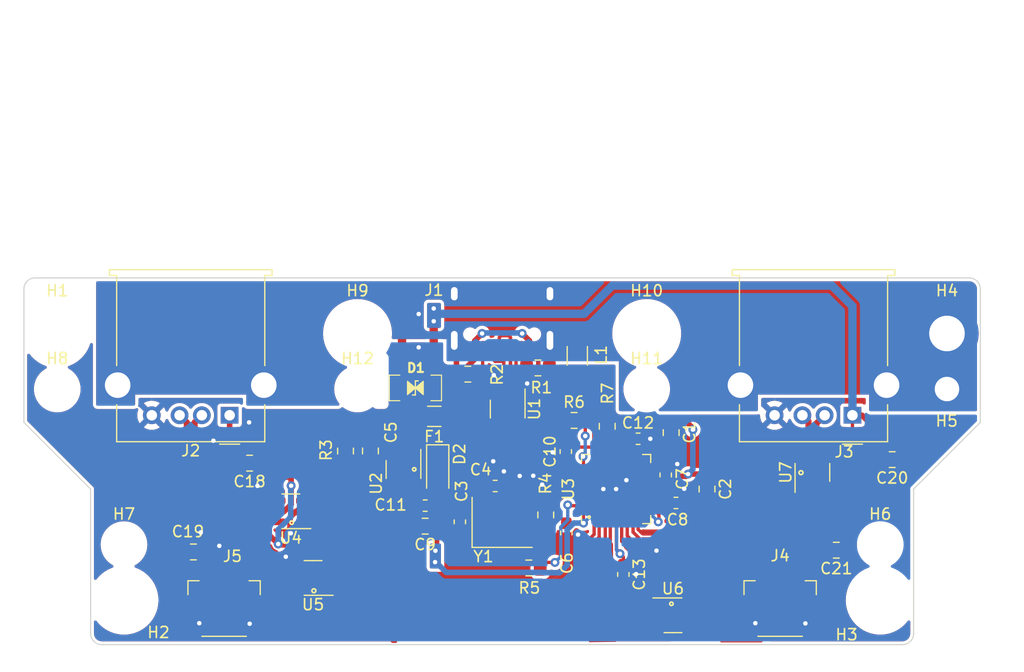
<source format=kicad_pcb>
(kicad_pcb (version 20210126) (generator pcbnew)
  (layers (0 "F.Cu" signal) (31 "B.Cu" signal) (34 "B.Paste" user) (35 "F.Paste" user) (36 "B.SilkS" user "B.Silkscreen") (37 "F.SilkS" user "F.Silkscreen") (38 "B.Mask" user) (39 "F.Mask" user) (44 "Edge.Cuts" user))
  (net 0 "")
  (net 1 "GND")
  (net 2 "+3V3")
  (net 3 "VCC")
  (net 4 "VBUS")
  (net 5 "GNDPWR")
  (net 6 "D1+")
  (net 7 "D1-")
  (net 8 "D2+")
  (net 9 "D2-")
  (net 11 "Net-(R5-Pad2)")
  (net 12 "Net-(R6-Pad2)")
  (net 13 "Net-(R7-Pad2)")
  (net 14 "Net-(C4-Pad2)")
  (net 15 "Net-(J1-PadB5)")
  (net 17 "Net-(J1-PadA5)")
  (net 27 "D4+")
  (net 28 "D4-")
  (net 29 "D3+")
  (net 30 "D3-")
  (net 35 "Net-(C3-Pad2)")
  (net 37 "DUP+")
  (net 38 "DUP-")
  (net 39 "DUPP-")
  (net 40 "DUPP+")
  (net 41 "D1P-")
  (net 42 "D1P+")
  (net 43 "D2P-")
  (net 44 "D2P+")
  (net 45 "D3P-")
  (net 46 "D3P+")
  (net 47 "D4P-")
  (net 48 "D4P+")
  (footprint "MountingHole:MountingHole_2.2mm_M2_ISO7380" (layer "F.Cu") (at -40 7)
    (fp_text reference "H8")
    (fp_text value "MountingHole")
  )
  (footprint "Diode_SMD:D_SOD-123" (layer "F.Cu") (at -5.79 14.27 -90)
    (fp_text reference "D2")
    (fp_text value "1N5819")
  )
  (footprint "Capacitor_SMD:C_0805_2012Metric_Pad1.15x1.40mm_HandSolder" (layer "F.Cu") (at -22.705 13.67 180)
    (fp_text reference "C18")
    (fp_text value "10u")
  )
  (footprint "Package_TO_SOT_SMD:SOT-23-6" (layer "F.Cu") (at -19 18 180)
    (fp_text reference "U4")
    (fp_text value "USBLC6-2SC6")
  )
  (footprint "Capacitor_SMD:C_0603_1608Metric_Pad1.05x0.95mm_HandSolder" (layer "F.Cu") (at 14.71 14.73 90)
    (fp_text reference "C7")
    (fp_text value "100nF")
  )
  (footprint "Inductor_SMD:L_1206_3216Metric" (layer "F.Cu") (at 6.76 4.01 90)
    (fp_text reference "L1")
    (fp_text value "60R@100MHz")
  )
  (footprint "Capacitor_SMD:C_0603_1608Metric_Pad1.05x0.95mm_HandSolder" (layer "F.Cu") (at -6.92 17.49 180)
    (fp_text reference "C11")
    (fp_text value "100nF")
  )
  (footprint "Connector_USB:USB_A_Molex_67643_Horizontal" (layer "F.Cu") (at -24.5 9.36 180)
    (fp_text reference "J2")
    (fp_text value "USB_A")
  )
  (footprint "MountingHole:MountingHole_2.2mm_M2_ISO7380" (layer "F.Cu") (at -13 7)
    (fp_text reference "H12")
    (fp_text value "MountingHole")
  )
  (footprint "MountingHole:MountingHole_2.2mm_M2_ISO7380" (layer "F.Cu") (at -34 21)
    (fp_text reference "H7")
    (fp_text value "MountingHole")
  )
  (footprint "Resistor_SMD:R_0805_2012Metric_Pad1.15x1.40mm_HandSolder" (layer "F.Cu") (at 6.475 9.825)
    (fp_text reference "R6")
    (fp_text value "56k")
  )
  (footprint "Package_TO_SOT_SMD:SOT-23-6" (layer "F.Cu") (at 27.9 14.5 90)
    (fp_text reference "U7")
    (fp_text value "USBLC6-2SC6")
  )
  (footprint "Package_TO_SOT_SMD:SOT-23-6" (layer "F.Cu") (at -17 24 180)
    (fp_text reference "U5")
    (fp_text value "USBLC6-2SC6")
  )
  (footprint "MountingHole:MountingHole_2.2mm_M2_ISO7380" (layer "F.Cu") (at 13 7)
    (fp_text reference "H11")
    (fp_text value "MountingHole")
  )
  (footprint "Capacitor_SMD:C_0805_2012Metric_Pad1.15x1.40mm_HandSolder" (layer "F.Cu") (at -6.92 19.34 180)
    (fp_text reference "C9")
    (fp_text value "1u")
  )
  (footprint "AcheronComponents:D_SOD-123_Bidirectional" (layer "F.Cu") (at -7.8 6.9)
    (fp_text reference "D1")
    (fp_text value "SMF9.0CA")
  )
  (footprint "Capacitor_SMD:C_0805_2012Metric_Pad1.15x1.40mm_HandSolder" (layer "F.Cu") (at -27.76 21.66 180)
    (fp_text reference "C19")
    (fp_text value "10u")
  )
  (footprint "MountingHole:MountingHole_2.2mm_M2_ISO7380" (layer "F.Cu") (at 34 21)
    (fp_text reference "H6")
    (fp_text value "MountingHole")
  )
  (footprint "MountingHole:MountingHole_3.2mm_M3_ISO7380" (layer "F.Cu") (at -13 2)
    (fp_text reference "H9")
    (fp_text value "MountingHole")
  )
  (footprint "Capacitor_SMD:C_0603_1608Metric_Pad1.05x0.95mm_HandSolder" (layer "F.Cu") (at 5.725 12.625 90)
    (fp_text reference "C10")
    (fp_text value "100nF")
  )
  (footprint "Package_DFN_QFN:QFN-36-1EP_6x6mm_P0.5mm_EP3.7x3.7mm" (layer "F.Cu") (at 10.25 16 90)
    (fp_text reference "U3")
    (fp_text value "USB2514B_Bi")
  )
  (footprint "MountingHole:MountingHole_3.2mm_M3_ISO7380" (layer "F.Cu") (at 34 26)
    (fp_text reference "H3")
    (fp_text value "MountingHole")
  )
  (footprint "Crystal:Crystal_SMD_3225-4Pin_3.2x2.5mm_HandSoldering" (layer "F.Cu") (at 0 19)
    (fp_text reference "Y1")
    (fp_text value "Crystal_GND24")
  )
  (footprint "Capacitor_SMD:C_0603_1608Metric_Pad1.05x0.95mm_HandSolder" (layer "F.Cu") (at 15.63 17.25)
    (fp_text reference "C8")
    (fp_text value "100nF")
  )
  (footprint "Capacitor_SMD:C_0603_1608Metric_Pad1.05x0.95mm_HandSolder" (layer "F.Cu") (at 10.9 23.685 -90)
    (fp_text reference "C13")
    (fp_text value "100nF")
  )
  (footprint "Capacitor_SMD:C_0603_1608Metric_Pad1.05x0.95mm_HandSolder" (layer "F.Cu") (at 5.775 19.95 -90)
    (fp_text reference "C6")
    (fp_text value "100nF")
  )
  (footprint "Fuse:Fuse_1206_3216Metric" (layer "F.Cu") (at -6.1 9.46 180)
    (fp_text reference "F1")
    (fp_text value "ASMD1206-150")
  )
  (footprint "Resistor_SMD:R_0805_2012Metric_Pad1.15x1.40mm_HandSolder" (layer "F.Cu") (at 2.4 23.1)
    (fp_text reference "R5")
    (fp_text value "12k")
  )
  (footprint "AcheronConnectors:SM04B-SRSS-TB(LF)(SN)" (layer "F.Cu") (at 25 25)
    (fp_text reference "J4")
    (fp_text value "SM04B-SRSS-TB(LF)(SN)")
  )
  (footprint "MountingHole:MountingHole_3.2mm_M3_ISO7380_Pad" (layer "F.Cu") (at 40 2)
    (fp_text reference "H4")
    (fp_text value "MountingHole_Pad")
  )
  (footprint "Package_TO_SOT_SMD:SOT-23-6" (layer "F.Cu") (at 15.3625 27.36)
    (fp_text reference "U6")
    (fp_text value "USBLC6-2SC6")
  )
  (footprint "Connector_USB:USB_A_Molex_67643_Horizontal" (layer "F.Cu") (at 31.5 9.36 180)
    (fp_text reference "J3")
    (fp_text value "USB_A")
  )
  (footprint "MountingHole:MountingHole_2.2mm_M2_ISO7380_Pad" (layer "F.Cu") (at 40 7)
    (fp_text reference "H5")
    (fp_text value "MountingHole_Pad")
  )
  (footprint "Capacitor_SMD:C_0805_2012Metric_Pad1.15x1.40mm_HandSolder" (layer "F.Cu") (at 15.2 10.925 -90)
    (fp_text reference "C1")
    (fp_text value "10u")
  )
  (footprint "Capacitor_SMD:C_0603_1608Metric_Pad1.05x0.95mm_HandSolder" (layer "F.Cu") (at 12.225 11.475)
    (fp_text reference "C12")
    (fp_text value "100nF")
  )
  (footprint "MountingHole:MountingHole_3.2mm_M3_ISO7380" (layer "F.Cu") (at -40 2)
    (fp_text reference "H1")
    (fp_text value "MountingHole")
  )
  (footprint "AcheronConnectors:TYPE-C-31-M-12" (layer "F.Cu") (at 0 4.1225 180)
    (fp_text reference "J1")
    (fp_text value "TYPE-C-31-M12_13")
  )
  (footprint "Resistor_SMD:R_0805_2012Metric_Pad1.15x1.40mm_HandSolder" (layer "F.Cu") (at -3.08 5.66 180)
    (fp_text reference "R2")
    (fp_text value "5.1k")
  )
  (footprint "Package_TO_SOT_SMD:SOT-23-5" (layer "F.Cu") (at -8.87 14.24 -90)
    (fp_text reference "U2")
    (fp_text value "AP2112K-3.3")
  )
  (footprint "Capacitor_SMD:C_0603_1608Metric_Pad1.05x0.95mm_HandSolder" (layer "F.Cu") (at -0.625 15.725)
    (fp_text reference "C4")
    (fp_text value "18pF")
  )
  (footprint "MountingHole:MountingHole_3.2mm_M3_ISO7380" (layer "F.Cu") (at 13 2)
    (fp_text reference "H10")
    (fp_text value "MountingHole")
  )
  (footprint "Capacitor_SMD:C_0603_1608Metric_Pad1.05x0.95mm_HandSolder" (layer "F.Cu") (at -3.8 18.95 -90)
    (fp_text reference "C3")
    (fp_text value "18pF")
  )
  (footprint "Capacitor_SMD:C_0805_2012Metric_Pad1.15x1.40mm_HandSolder" (layer "F.Cu") (at 35.075 13.35 180)
    (fp_text reference "C20")
    (fp_text value "10u")
  )
  (footprint "Capacitor_SMD:C_0805_2012Metric_Pad1.15x1.40mm_HandSolder" (layer "F.Cu") (at 30.05 21.5 180)
    (fp_text reference "C21")
    (fp_text value "10u")
  )
  (footprint "Resistor_SMD:R_0805_2012Metric_Pad1.15x1.40mm_HandSolder" (layer "F.Cu") (at 3.225 5.1)
    (fp_text reference "R1")
    (fp_text value "5.1k")
  )
  (footprint "Package_TO_SOT_SMD:SOT-23-6" (layer "F.Cu") (at 0.5 8.8 -90)
    (fp_text reference "U1")
    (fp_text value "USBLC6-2SC6")
  )
  (footprint "Resistor_SMD:R_0805_2012Metric_Pad1.15x1.40mm_HandSolder" (layer "F.Cu") (at -14.08 12.58 -90)
    (fp_text reference "R3")
    (fp_text value "100k")
  )
  (footprint "Capacitor_SMD:C_0805_2012Metric_Pad1.15x1.40mm_HandSolder" (layer "F.Cu") (at -11.84 12.57 -90)
    (fp_text reference "C5")
    (fp_text value "1u")
  )
  (footprint "AcheronConnectors:SM04B-SRSS-TB(LF)(SN)" (layer "F.Cu") (at -25 25)
    (fp_text reference "J5")
    (fp_text value "SM04B-SRSS-TB(LF)(SN)")
  )
  (footprint "MountingHole:MountingHole_3.2mm_M3_ISO7380" (layer "F.Cu") (at -34 26)
    (fp_text reference "H2")
    (fp_text value "MountingHole")
  )
  (footprint "Capacitor_SMD:C_0805_2012Metric_Pad1.15x1.40mm_HandSolder" (layer "F.Cu") (at 18.425 16 -90)
    (fp_text reference "C2")
    (fp_text value "10u")
  )
  (footprint "Resistor_SMD:R_0805_2012Metric_Pad1.15x1.40mm_HandSolder" (layer "F.Cu") (at 9.45 10.35 -90)
    (fp_text reference "R7")
    (fp_text value "56k")
  )
  (footprint "Resistor_SMD:R_0805_2012Metric_Pad1.15x1.40mm_HandSolder" (layer "F.Cu") (at 3.925 18.325 90)
    (fp_text reference "R4")
    (fp_text value "1M")
  )
  (gr_circle (center -18.925 19.025) (end -18.95 18.875) (layer "F.SilkS") (width 0.15) (fill none))
  (gr_circle (center 26.875 14.525) (end 26.85 14.35) (layer "F.SilkS") (width 0.15) (fill none))
  (gr_circle (center -16.925 25.15) (end -16.925 24.975) (layer "F.SilkS") (width 0.15) (fill none))
  (gr_circle (center 15.225 26.325) (end 15.2 26.175) (layer "F.SilkS") (width 0.15) (fill none))
  (gr_circle (center -7.9 14.225) (end -7.9 14.075) (layer "F.SilkS") (width 0.15) (fill none))
  (gr_circle (center 7.825 18.525) (end 7.8 18.425) (layer "F.SilkS") (width 0.15) (fill none))
  (gr_arc (start -42 -2) (end -43 -2) (angle 90) (layer "Edge.Cuts") (width 0.1))
  (gr_arc (start 42 -2) (end 43 -2) (angle -90) (layer "Edge.Cuts") (width 0.1))
  (gr_line (start 42 -3) (end -42 -3) (layer "Edge.Cuts") (width 0.1))
  (gr_line (start -37 16) (end -37 29) (layer "Edge.Cuts") (width 0.1))
  (gr_line (start -43 -2) (end -43 10) (layer "Edge.Cuts") (width 0.1))
  (gr_arc (start -36 29) (end -36 30) (angle 90) (layer "Edge.Cuts") (width 0.1))
  (gr_line (start 37 16) (end 37 29) (layer "Edge.Cuts") (width 0.1))
  (gr_line (start 43 10) (end 37 16) (layer "Edge.Cuts") (width 0.1))
  (gr_arc (start 36 29) (end 37 29) (angle 90) (layer "Edge.Cuts") (width 0.1))
  (gr_line (start 36 30) (end -36 30) (layer "Edge.Cuts") (width 0.1))
  (gr_line (start -43 10) (end -37 16) (layer "Edge.Cuts") (width 0.1))
  (gr_line (start 43 -2) (end 43 10) (layer "Edge.Cuts") (width 0.1))
  (segment (start 10.425 16) (end 11.65 17.225) (width 0.3) (layer "F.Cu") (net 1))
  (segment (start 10.25 16) (end 10.425 16) (width 0.3) (layer "F.Cu") (net 1))
  (segment (start 10.25 16) (end 10.25 15.45) (width 0.5) (layer "F.Cu") (net 1))
  (segment (start -19.07258 19.90742) (end -19 19.98) (width 0.5) (layer "F.Cu") (net 1))
  (segment (start -18.525 18) (end -19.07258 18.54758) (width 0.5) (layer "F.Cu") (net 1))
  (segment (start -17.8625 18) (end -18.525 18) (width 0.5) (layer "F.Cu") (net 1))
  (segment (start 10.25 15.45) (end 10.3 15.4) (width 0.5) (layer "F.Cu") (net 1))
  (segment (start -19.07258 18.54758) (end -19.07258 19.90742) (width 0.5) (layer "F.Cu") (net 1))
  (via (at -22.7 28.12) (size 0.8) (drill 0.4) (layers "F.Cu" "B.Cu") (net 1))
  (via (at -19.45 22.09) (size 0.8) (drill 0.4) (layers "F.Cu" "B.Cu") (net 1))
  (via (at 3.6 15.6) (size 0.8) (drill 0.4) (layers "F.Cu" "B.Cu") (net 1))
  (via (at 10.25 16) (size 0.8) (drill 0.4) (layers "F.Cu" "B.Cu") (net 1))
  (via (at 22.77 28.07) (size 0.8) (drill 0.4) (layers "F.Cu" "B.Cu") (net 1))
  (via (at -0.75 5.75) (size 0.8) (drill 0.4) (layers "F.Cu" "B.Cu") (net 1))
  (via (at 2.25 6.5) (size 0.8) (drill 0.4) (layers "F.Cu" "B.Cu") (net 1))
  (via (at -27.1 19.9) (size 0.8) (drill 0.4) (layers "F.Cu" "B.Cu") (net 1))
  (via (at -27.23 28.07) (size 0.8) (drill 0.4) (layers "F.Cu" "B.Cu") (net 1))
  (via (at -19 19.98) (size 0.8) (drill 0.4) (layers "F.Cu" "B.Cu") (net 1))
  (via (at 6.825 20.1) (size 0.8) (drill 0.4) (layers "F.Cu" "B.Cu") (net 1))
  (via (at 4.55 12.7) (size 0.8) (drill 0.4) (layers "F.Cu" "B.Cu") (net 1))
  (via (at 15.75 13.75) (size 0.8) (drill 0.4) (layers "F.Cu" "B.Cu") (net 1))
  (via (at 12.05 23.65) (size 0.8) (drill 0.4) (layers "F.Cu" "B.Cu") (net 1))
  (via (at -25.43 21.11) (size 0.8) (drill 0.4) (layers "F.Cu" "B.Cu") (net 1))
  (via (at 16.375 15.975) (size 0.8) (drill 0.4) (layers "F.Cu" "B.Cu") (net 1))
  (via (at 9.1 16) (size 0.8) (drill 0.4) (layers "F.Cu" "B.Cu") (net 1))
  (via (at 13.325 11.475) (size 0.8) (drill 0.4) (layers "F.Cu" "B.Cu") (net 1))
  (via (at -22.75 10) (size 0.8) (drill 0.4) (layers "F.Cu" "B.Cu") (net 1))
  (via (at -0.8 13.5) (size 0.8) (drill 0.4) (layers "F.Cu" "B.Cu") (net 1))
  (via (at -25.96 11.65) (size 0.8) (drill 0.4) (layers "F.Cu" "B.Cu") (net 1))
  (via (at 2.8 14.8) (size 0.8) (drill 0.4) (layers "F.Cu" "B.Cu") (net 1))
  (via (at 11.175 15.2) (size 0.8) (drill 0.4) (layers "F.Cu" "B.Cu") (net 1))
  (via (at 13.88 21.54) (size 0.8) (drill 0.4) (layers "F.Cu" "B.Cu") (net 1))
  (via (at 1.58 14.82) (size 0.8) (drill 0.4) (layers "F.Cu" "B.Cu") (net 1))
  (via (at 0.16 14.41) (size 0.8) (drill 0.4) (layers "F.Cu" "B.Cu") (net 1))
  (via (at -22 15.71) (size 0.8) (drill 0.4) (layers "F.Cu" "B.Cu") (net 1))
  (via (at 27.27 28.09) (size 0.8) (drill 0.4) (layers "F.Cu" "B.Cu") (net 1))
  (via (at -7.5 3.25) (size 0.8) (drill 0.4) (layers "F.Cu" "B.Cu") (net 1))
  (segment (start 10.25 18.9375) (end 10.27862 18.96612) (width 0.3) (layer "F.Cu") (net 2))
  (segment (start 14.71 17.205) (end 14.755 17.25) (width 0.5) (layer "F.Cu") (net 2))
  (segment (start 14.71 15.605) (end 14.71 17.205) (width 0.5) (layer "F.Cu") (net 2))
  (segment (start 14.1 18.89) (end 14.04 18.95) (width 0.3) (layer "F.Cu") (net 2))
  (segment (start 5.725 13.5) (end 5.725 13.35) (width 0.3) (layer "F.Cu") (net 2))
  (segment (start 13.81 18) (end 14.1 18.29) (width 0.3) (layer "F.Cu") (net 2))
  (segment (start 8.25 12.225) (end 8.25 10.925) (width 0.3) (layer "F.Cu") (net 2))
  (segment (start 7.305 19.075) (end 7.32 19.06) (width 0.3) (layer "F.Cu") (net 2))
  (segment (start 10.9 22.81) (end 10.9 22.12) (width 0.3) (layer "F.Cu") (net 2))
  (segment (start 11.35 10) (end 11.7 9.65) (width 0.5) (layer "F.Cu") (net 2))
  (segment (start 10.25 13.0625) (end 10.25 12.375) (width 0.3) (layer "F.Cu") (net 2))
  (segment (start 11.775 9.575) (end 14.7 9.575) (width 0.5) (layer "F.Cu") (net 2))
  (segment (start 5.725 13.525) (end 5.725 13.5) (width 0.3) (layer "F.Cu") (net 2))
  (segment (start 7.3125 14.5) (end 6.739818 14.5) (width 0.3) (layer "F.Cu") (net 2))
  (segment (start -6.045 17.49) (end -6.045 16.175) (width 0.5) (layer "F.Cu") (net 2))
  (segment (start 13.1875 18) (end 13.81 18) (width 0.3) (layer "F.Cu") (net 2))
  (segment (start 16.2 9.575) (end 17.05 10.425) (width 0.5) (layer "F.Cu") (net 2))
  (segment (start 6.314818 14.075) (end 6.275 14.075) (width 0.3) (layer "F.Cu") (net 2))
  (segment (start 15.465 14.85) (end 14.71 15.605) (width 0.5) (layer "F.Cu") (net 2))
  (segment (start 14.39 17.42) (end 13.81 18) (width 0.3) (layer "F.Cu") (net 2))
  (segment (start 17.15 10.525) (end 17.15 10.65) (width 0.5) (layer "F.Cu") (net 2))
  (segment (start 11.35 11.475) (end 11.35 10) (width 0.5) (layer "F.Cu") (net 2))
  (segment (start 13.1875 15.5) (end 14.605 15.5) (width 0.3) (layer "F.Cu") (net 2))
  (segment (start 18.1 14.65) (end 18.425 14.975) (width 0.5) (layer "F.Cu") (net 2))
  (segment (start 8.8 10.375) (end 10.25 10.375) (width 0.3) (layer "F.Cu") (net 2))
  (segment (start 14.605 15.5) (end 14.71 15.605) (width 0.3) (layer "F.Cu") (net 2))
  (segment (start 8.25 13.0625) (end 8.75 13.0625) (width 0.3) (layer "F.Cu") (net 2))
  (segment (start 10.25 10.375) (end 11.35 11.475) (width 0.3) (layer "F.Cu") (net 2))
  (segment (start 7.3125 19.0525) (end 7.32 19.06) (width 0.3) (layer "F.Cu") (net 2))
  (segment (start 5.62 19.075) (end 7.305 19.075) (width 0.3) (layer "F.Cu") (net 2))
  (segment (start -6.3325 15.3775) (end -5.79 15.92) (width 0.5) (layer "F.Cu") (net 2))
  (segment (start 16.725 14.65) (end 18.1 14.65) (width 0.5) (layer "F.Cu") (net 2))
  (segment (start 14.7 9.575) (end 16.2 9.575) (width 0.5) (layer "F.Cu") (net 2))
  (segment (start -7.92 15.3775) (end -6.3325 15.3775) (width 0.5) (layer "F.Cu") (net 2))
  (segment (start -6.045 16.175) (end -5.79 15.92) (width 0.5) (layer "F.Cu") (net 2))
  (segment (start 6.275 14.075) (end 5.725 13.525) (width 0.3) (layer "F.Cu") (net 2))
  (segment (start 16.525 14.85) (end 15.465 14.85) (width 0.5) (layer "F.Cu") (net 2))
  (segment (start 10.27862 18.96612) (end 10.27862 21.41862) (width 0.3) (layer "F.Cu") (net 2))
  (segment (start 8.25 13.0625) (end 8.25 12.225) (width 0.3) (layer "F.Cu") (net 2))
  (segment (start -5.895 19.34) (end -5.895 17.64) (width 0.5) (layer "F.Cu") (net 2))
  (segment (start 8.25 10.925) (end 8.8 10.375) (width 0.3) (layer "F.Cu") (net 2))
  (segment (start 17.05 10.425) (end 17.15 10.525) (width 0.5) (layer "F.Cu") (net 2))
  (segment (start 11.7 9.65) (end 11.775 9.575) (width 0.5) (layer "F.Cu") (net 2))
  (segment (start -5.895 22.73) (end -5.875 22.75) (width 0.5) (layer "F.Cu") (net 2))
  (segment (start 16.725 14.65) (end 16.525 14.85) (width 0.5) (layer "F.Cu") (net 2))
  (segment (start 5.725 13.35) (end 6.85 12.225) (width 0.3) (layer "F.Cu") (net 2))
  (segment (start -5.895 19.34) (end -5.895 22.73) (width 0.5) (layer "F.Cu") (net 2))
  (segment (start 7.3125 18) (end 7.3125 19.0525) (width 0.3) (layer "F.Cu") (net 2))
  (segment (start 11.15 11.475) (end 11.35 11.475) (width 0.3) (layer "F.Cu") (net 2))
  (segment (start -5.895 17.64) (end -6.045 17.49) (width 0.5) (layer "F.Cu") (net 2))
  (segment (start 14.1 18.29) (end 14.1 18.89) (width 0.3) (layer "F.Cu") (net 2))
  (segment (start 10.27862 21.41862) (end 10.54 21.68) (width 0.3) (layer "F.Cu") (net 2))
  (segment (start 10.25 12.375) (end 11.15 11.475) (width 0.3) (layer "F.Cu") (net 2))
  (segment (start 6.85 12.225) (end 8.25 12.225) (width 0.3) (layer "F.Cu") (net 2))
  (segment (start 10.9 22.12) (end 10.6 21.82) (width 0.3) (layer "F.Cu") (net 2))
  (segment (start 6.739818 14.5) (end 6.314818 14.075) (width 0.3) (layer "F.Cu") (net 2))
  (via (at 17.15 10.65) (size 0.8) (drill 0.4) (layers "F.Cu" "B.Cu") (net 2))
  (via (at 14.04 18.95) (size 0.8) (drill 0.4) (layers "F.Cu" "B.Cu") (net 2))
  (via (at 10.6 21.82) (size 0.8) (drill 0.4) (layers "F.Cu" "B.Cu") (net 2))
  (via (at 7.32 19.06) (size 0.8) (drill 0.4) (layers "F.Cu" "B.Cu") (net 2))
  (via (at 16.725 14.65) (size 0.8) (drill 0.4) (layers "F.Cu" "B.Cu") (net 2))
  (via (at -6 21.55) (size 0.8) (drill 0.4) (layers "F.Cu" "B.Cu") (net 2))
  (via (at -6.025 22.575) (size 0.8) (drill 0.4) (layers "F.Cu" "B.Cu") (net 2))
  (segment (start 10.3 20.41) (end 10.29 20.42) (width 0.3) (layer "B.Cu") (net 2))
  (segment (start 10.29 21.51) (end 10.6 21.82) (width 0.3) (layer "B.Cu") (net 2))
  (segment (start 5.85 22.85) (end 5.175 23.525) (width 0.5) (layer "B.Cu") (net 2))
  (segment (start 7.32 19.06) (end 6.44 19.06) (width 0.5) (layer "B.Cu") (net 2))
  (segment (start 7.34 19.06) (end 9.2 17.2) (width 0.3) (layer "B.Cu") (net 2))
  (segment (start 10.3 17.2) (end 12.29 17.2) (width 0.3) (layer "B.Cu") (net 2))
  (segment (start 9.2 17.2) (end 10.3 17.2) (width 0.3) (layer "B.Cu") (net 2))
  (segment (start 7.32 19.06) (end 7.34 19.06) (width 0.3) (layer "B.Cu") (net 2))
  (segment (start 5.85 19.65) (end 5.85 22.85) (width 0.5) (layer "B.Cu") (net 2))
  (segment (start 10.3 17.2) (end 10.3 20.41) (width 0.3) (layer "B.Cu") (net 2))
  (segment (start 17.15 10.65) (end 17.15 14.225) (width 0.5) (layer "B.Cu") (net 2))
  (segment (start -5.025 23.5) (end -5.975 22.55) (width 0.5) (layer "B.Cu") (net 2))
  (segment (start 17.15 14.225) (end 16.725 14.65) (width 0.5) (layer "B.Cu") (net 2))
  (segment (start 3.775 23.525) (end 3.75 23.5) (width 0.5) (layer "B.Cu") (net 2))
  (segment (start 5.175 23.525) (end 3.775 23.525) (width 0.5) (layer "B.Cu") (net 2))
  (segment (start 3.75 23.5) (end -5.025 23.5) (width 0.5) (layer "B.Cu") (net 2))
  (segment (start 10.29 20.42) (end 10.29 21.51) (width 0.3) (layer "B.Cu") (net 2))
  (segment (start 6.44 19.06) (end 5.85 19.65) (width 0.5) (layer "B.Cu") (net 2))
  (segment (start 12.29 17.2) (end 14.04 18.95) (width 0.3) (layer "B.Cu") (net 2))
  (segment (start -8.28 14.27) (end -7.92 13.91) (width 0.5) (layer "F.Cu") (net 3))
  (segment (start 16.5 27.36) (end 16.04 27.36) (width 0.3) (layer "F.Cu") (net 3))
  (segment (start 19.475 29.375) (end 19.75 29.65) (width 0.3) (layer "F.Cu") (net 3))
  (segment (start -20.135 20.945) (end -20.06 21.02) (width 0.5) (layer "F.Cu") (net 3))
  (segment (start -16.795 11.555) (end -14.08 11.555) (width 0.5) (layer "F.Cu") (net 3))
  (segment (start -7.5 8.25) (end -6.15 6.9) (width 0.75) (layer "F.Cu") (net 3))
  (segment (start -9.82 13.89) (end -9.44 14.27) (width 0.5) (layer "F.Cu") (net 3))
  (segment (start -11.85 11.555) (end -11.84 11.545) (width 0.5) (layer "F.Cu") (net 3))
  (segment (start -9.82 12.17) (end -10.445 11.545) (width 0.5) (layer "F.Cu") (net 3))
  (segment (start -7.5 9.46) (end -7.5 8.25) (width 0.75) (layer "F.Cu") (net 3))
  (segment (start 32.725 9.725) (end 32.36 9.36) (width 0.5) (layer "F.Cu") (net 3))
  (segment (start 36.35 17.125) (end 36.35 11.05) (width 0.5) (layer "F.Cu") (net 3))
  (segment (start 31.649979 23.225021) (end 31.649979 19.800021) (width 0.5) (layer "F.Cu") (net 3))
  (segment (start 24.75 28.175) (end 24.75 26.75) (width 0.3) (layer "F.Cu") (net 3))
  (segment (start -20.1375 18) (end -19.59 18) (width 0.5) (layer "F.Cu") (net 3))
  (segment (start 19.75 29.65) (end 23.275 29.65) (width 0.3) (layer "F.Cu") (net 3))
  (segment (start 27.9 13.975) (end 28.375 14.45) (width 0.3) (layer "F.Cu") (net 3))
  (segment (start 28.125 26.75) (end 31.649979 23.225021) (width 0.5) (layer "F.Cu") (net 3))
  (segment (start 27.9 13.3625) (end 27.9 13.975) (width 0.3) (layer "F.Cu") (net 3))
  (segment (start -26.5 24.225) (end -26.5 20.91) (width 0.5) (layer "F.Cu") (net 3))
  (segment (start -9.82 13.1025) (end -9.82 13.89) (width 0.5) (layer "F.Cu") (net 3))
  (segment (start -18.97 17.38) (end -18.97 15.7) (width 0.5) (layer "F.Cu") (net 3))
  (segment (start 16.04 27.36) (end 15.35 28.05) (width 0.3) (layer "F.Cu") (net 3))
  (segment (start -9.44 14.27) (end -8.28 14.27) (width 0.5) (layer "F.Cu") (net 3))
  (segment (start -14.08 11.555) (end -11.85 11.555) (width 0.5) (layer "F.Cu") (net 3))
  (segment (start 23.5 25.5) (end 24.75 26.75) (width 0.5) (layer "F.Cu") (net 3))
  (segment (start -6.15 0.9) (end -6.15 0.23) (width 0.75) (layer "F.Cu") (net 3))
  (segment (start 35.025 9.725) (end 33.9 9.725) (width 0.5) (layer "F.Cu") (net 3))
  (segment (start 30.925 14.45) (end 31.5 13.875) (width 0.3) (layer "F.Cu") (net 3))
  (segment (start -25.37 19.78) (end -21.3 19.78) (width 0.5) (layer "F.Cu") (net 3))
  (segment (start -17 23.38) (end -17 22.2) (width 0.3) (layer "F.Cu") (net 3))
  (segment (start -7.68 12.62) (end -7.92 12.38) (width 0.5) (layer "F.Cu") (net 3))
  (segment (start 15.7 29.375) (end 19.475 29.375) (width 0.3) (layer "F.Cu") (net 3))
  (segment (start 23.5 24.225) (end 23.5 25.5) (width 0.5) (layer "F.Cu") (net 3))
  (segment (start -18.18 21.02) (end -17 22.2) (width 0.5) (layer "F.Cu") (net 3))
  (segment (start 15.35 29.025) (end 15.7 29.375) (width 0.3) (layer "F.Cu") (net 3))
  (segment (start 35.175 18.3) (end 36.35 17.125) (width 0.5) (layer "F.Cu") (net 3))
  (segment (start -7.92 12.38) (end -7.92 9.88) (width 0.5) (layer "F.Cu") (net 3))
  (segment (start 35.025 9.725) (end 32.725 9.725) (width 0.5) (layer "F.Cu") (net 3))
  (segment (start 15.35 28.05) (end 15.35 29.025) (width 0.3) (layer "F.Cu") (net 3))
  (segment (start -7.92 9.88) (end -7.5 9.46) (width 0.5) (layer "F.Cu") (net 3))
  (segment (start -20.77 14.93) (end -18.97 14.93) (width 0.5) (layer "F.Cu") (net 3))
  (segment (start -9.82 13.1025) (end -9.82 12.17) (width 0.5) (layer "F.Cu") (net 3))
  (segment (start -6.15 6.9) (end -6.15 0.9) (width 0.75) (layer "F.Cu") (net 3))
  (segment (start -18.97 15.7) (end -18.97 14.93) (width 0.5) (layer "F.Cu") (net 3))
  (segment (start -7.92 13.91) (end -7.92 13.1025) (width 0.5) (layer "F.Cu") (net 3))
  (segment (start 33.15 18.3) (end 35.175 18.3) (width 0.5) (layer "F.Cu") (net 3))
  (segment (start -20.06 21.02) (end -18.18 21.02) (width 0.5) (layer "F.Cu") (net 3))
  (segment (start -6 7.05) (end -6.15 6.9) (width 0.75) (layer "F.Cu") (net 3))
  (segment (start 31.649979 19.800021) (end 33.15 18.3) (width 0.5) (layer "F.Cu") (net 3))
  (segment (start 23.275 29.65) (end 24.75 28.175) (width 0.3) (layer "F.Cu") (net 3))
  (segment (start -26.5 20.91) (end -25.37 19.78) (width 0.5) (layer "F.Cu") (net 3))
  (segment (start -21.3 19.78) (end -20.135 20.945) (width 0.5) (layer "F.Cu") (net 3))
  (segment (start 24.75 26.75) (end 28.125 26.75) (width 0.5) (layer "F.Cu") (net 3))
  (segment (start -18.97 14.93) (end -18.97 13.73) (width 0.5) (layer "F.Cu") (net 3))
  (segment (start -24.5 11.2) (end -20.77 14.93) (width 0.5) (layer "F.Cu") (net 3))
  (segment (start 36.35 11.05) (end 35.025 9.725) (width 0.5) (layer "F.Cu") (net 3))
  (segment (start -24.5 9.36) (end -24.5 11.2) (width 0.5) (layer "F.Cu") (net 3))
  (segment (start 32.36 9.36) (end 31.5 9.36) (width 0.5) (layer "F.Cu") (net 3))
  (segment (start -5.79 12.62) (end -7.68 12.62) (width 0.5) (layer "F.Cu") (net 3))
  (segment (start -17.62 24) (end -17 23.38) (width 0.3) (layer "F.Cu") (net 3))
  (segment (start -7.92 13.1025) (end -7.92 12.38) (width 0.5) (layer "F.Cu") (net 3))
  (segment (start -19.59 18) (end -18.97 17.38) (width 0.5) (layer "F.Cu") (net 3))
  (segment (start 28.375 14.45) (end 30.925 14.45) (width 0.3) (layer "F.Cu") (net 3))
  (segment (start -18.97 13.73) (end -16.795 11.555) (width 0.5) (layer "F.Cu") (net 3))
  (segment (start -18.1375 24) (end -17.62 24) (width 0.3) (layer "F.Cu") (net 3))
  (segment (start 31.5 13.875) (end 31.5 9.36) (width 0.3) (layer "F.Cu") (net 3))
  (segment (start -10.445 11.545) (end -11.84 11.545) (width 0.5) (layer "F.Cu") (net 3))
  (via (at -18.97 15.7) (size 0.8) (drill 0.4) (layers "F.Cu" "B.Cu") (net 3))
  (via (at -6.15 0.9) (size 0.8) (drill 0.4) (layers "F.Cu" "B.Cu") (net 3))
  (via (at -6.15 -0.25) (size 0.8) (drill 0.4) (layers "F.Cu" "B.Cu") (net 3))
  (via (at -20.135 20.945) (size 0.8) (drill 0.4) (layers "F.Cu" "B.Cu") (net 3))
  (segment (start 9.91 -2.31) (end 29.65 -2.31) (width 0.75) (layer "B.Cu") (net 3))
  (segment (start -20.135 19.645) (end -19.01 18.52) (width 0.5) (layer "B.Cu") (net 3))
  (segment (start -20.135 20.945) (end -20.135 19.645) (width 0.5) (layer "B.Cu") (net 3))
  (segment (start 31.5 -0.46) (end 31.5 9.36) (width 0.75) (layer "B.Cu") (net 3))
  (segment (start -6.15 0.23) (end 7.37 0.23) (width 0.75) (layer "B.Cu") (net 3))
  (segment (start -19.01 15.74) (end -18.97 15.7) (width 0.5) (layer "B.Cu") (net 3))
  (segment (start -19.01 18.52) (end -19.01 15.74) (width 0.5) (layer "B.Cu") (net 3))
  (segment (start 7.37 0.23) (end 9.91 -2.31) (width 0.75) (layer "B.Cu") (net 3))
  (segment (start 29.65 -2.31) (end 31.5 -0.46) (width 0.75) (layer "B.Cu") (net 3))
  (segment (start -2.45 2.65) (end -1.8 2) (width 0.5) (layer "F.Cu") (net 4))
  (segment (start -4.7 8.5) (end -4.125 7.925) (width 0.5) (layer "F.Cu") (net 4))
  (segment (start -2.75 7.2) (end -2.675 7.2) (width 0.5) (layer "F.Cu") (net 4))
  (segment (start -1.075 8.8) (end -1 8.8) (width 0.5) (layer "F.Cu") (net 4))
  (segment (start 0 8.8) (end -1 8.8) (width 0.4) (layer "F.Cu") (net 4))
  (segment (start -2.675 7.2) (end -1.775 8.1) (width 0.5) (layer "F.Cu") (net 4))
  (segment (start -2.675 7.2) (end -1.075 8.8) (width 0.5) (layer "F.Cu") (net 4))
  (segment (start -2.45 3.3975) (end -2.45 4.3) (width 0.5) (layer "F.Cu") (net 4))
  (segment (start 1.8 2) (end 2.45 2.65) (width 0.5) (layer "F.Cu") (net 4))
  (segment (start 0.5 9.3) (end 0 8.8) (width 0.4) (layer "F.Cu") (net 4))
  (segment (start -2.45 3.3975) (end -2.45 2.65) (width 0.5) (layer "F.Cu") (net 4))
  (segment (start -3.06242 4.91242) (end -3.06242 6.88758) (width 0.5) (layer "F.Cu") (net 4))
  (segment (start -3.06242 6.88758) (end -2.75 7.2) (width 0.5) (layer "F.Cu") (net 4))
  (segment (start -2.45 4.3) (end -3.06242 4.91242) (width 0.5) (layer "F.Cu") (net 4))
  (segment (start 0.5 9.9375) (end 0.5 9.3) (width 0.4) (layer "F.Cu") (net 4))
  (segment (start -4.7 9.46) (end -4.7 8.5) (width 0.5) (layer "F.Cu") (net 4))
  (segment (start -4.125 7.925) (end -3.4 7.2) (width 0.75) (layer "F.Cu") (net 4))
  (segment (start 2.45 2.65) (end 2.45 3.3975) (width 0.5) (layer "F.Cu") (net 4))
  (segment (start -3.4 7.2) (end -2.75 7.2) (width 0.75) (layer "F.Cu") (net 4))
  (via (at 1.8 2) (size 0.8) (drill 0.4) (layers "F.Cu" "B.Cu") (net 4))
  (via (at -1.8 2) (size 0.8) (drill 0.4) (layers "F.Cu" "B.Cu") (net 4))
  (segment (start -1.8 1.95) (end 1.75 1.95) (width 0.5) (layer "B.Cu") (net 4))
  (segment (start 1.75 1.95) (end 1.8 1.9) (width 0.5) (layer "B.Cu") (net 4))
  (segment (start -3.575 3.7225) (end -3.25 3.3975) (width 0.5) (layer "F.Cu") (net 5))
  (segment (start 0.5 8.4) (end 0.9 8.8) (width 0.4) (layer "F.Cu") (net 5))
  (segment (start 0.5 7.6625) (end 0.5 8.4) (width 0.4) (layer "F.Cu") (net 5))
  (segment (start -9 4.2) (end -9 2.1) (width 0.75) (layer "F.Cu") (net 5))
  (segment (start 2.2 8.8) (end 3.25 7.75) (width 0.4) (layer "F.Cu") (net 5))
  (segment (start -4.105 5.66) (end -4.105 2.8175) (width 0.5) (layer "F.Cu") (net 5))
  (segment (start -9.45 6.9) (end -9.45 4.65) (width 0.75) (layer "F.Cu") (net 5))
  (segment (start -9 2.1) (end -9.2 1.9) (width 0.75) (layer "F.Cu") (net 5))
  (segment (start -9.45 4.65) (end -9 4.2) (width 0.75) (layer "F.Cu") (net 5))
  (segment (start 3.25 7.75) (end 3.25 3.3975) (width 0.4) (layer "F.Cu") (net 5))
  (segment (start 3.25 7.75) (end 3.25 7.33) (width 0.4) (layer "F.Cu") (net 5))
  (segment (start 0.9 8.8) (end 2.2 8.8) (width 0.4) (layer "F.Cu") (net 5))
  (segment (start -4.105 2.8175) (end -4.3 2.6225) (width 0.5) (layer "F.Cu") (net 5))
  (via (at -7.5 0.25) (size 0.8) (drill 0.4) (layers "F.Cu" "B.Cu") (net 5))
  (segment (start -20.889176 18.72742) (end -20.36008 18.72742) (width 0.55) (layer "F.Cu") (net 6))
  (segment (start -29 9.36) (end -28.3512 10.0088) (width 0.55) (layer "F.Cu") (net 6))
  (segment (start -21.265396 18.3512) (end -20.889176 18.72742) (width 0.55) (layer "F.Cu") (net 6))
  (segment (start -22.445472 18.3512) (end -21.265396 18.3512) (width 0.55) (layer "F.Cu") (net 6))
  (segment (start -28.3512 10.0088) (end -28.3512 12.445472) (width 0.55) (layer "F.Cu") (net 6))
  (segment (start -28.3512 12.445472) (end -22.445472 18.3512) (width 0.55) (layer "F.Cu") (net 6))
  (segment (start -20.36008 18.72742) (end -20.1375 18.95) (width 0.55) (layer "F.Cu") (net 6))
  (segment (start -27.6488 12.154528) (end -22.154528 17.6488) (width 0.55) (layer "F.Cu") (net 7))
  (segment (start -20.889176 17.27258) (end -20.36008 17.27258) (width 0.55) (layer "F.Cu") (net 7))
  (segment (start -20.36008 17.27258) (end -20.1375 17.05) (width 0.55) (layer "F.Cu") (net 7))
  (segment (start -21.265396 17.6488) (end -20.889176 17.27258) (width 0.55) (layer "F.Cu") (net 7))
  (segment (start -22.154528 17.6488) (end -21.265396 17.6488) (width 0.55) (layer "F.Cu") (net 7))
  (segment (start -27 9.36) (end -27.6488 10.0088) (width 0.55) (layer "F.Cu") (net 7))
  (segment (start -27.6488 10.0088) (end -27.6488 12.154528) (width 0.55) (layer "F.Cu") (net 7))
  (segment (start -19.845472 24.3512) (end -19.22742 24.3512) (width 0.55) (layer "F.Cu") (net 8))
  (segment (start -18.889176 24.72742) (end -18.36008 24.72742) (width 0.55) (layer "F.Cu") (net 8))
  (segment (start -23.954528 21.9512) (end -22.245472 21.9512) (width 0.55) (layer "F.Cu") (net 8))
  (segment (start -19.22742 24.3512) (end -19.22742 24.389176) (width 0.55) (layer "F.Cu") (net 8))
  (segment (start -24.6488 22.913699) (end -24.6488 22.645472) (width 0.55) (layer "F.Cu") (net 8))
  (segment (start -24.5 23.062499) (end -24.6488 22.913699) (width 0.55) (layer "F.Cu") (net 8))
  (segment (start -18.36008 24.72742) (end -18.1375 24.95) (width 0.55) (layer "F.Cu") (net 8))
  (segment (start -24.6488 22.645472) (end -23.954528 21.9512) (width 0.55) (layer "F.Cu") (net 8))
  (segment (start -22.245472 21.9512) (end -19.845472 24.3512) (width 0.55) (layer "F.Cu") (net 8))
  (segment (start -19.22742 24.389176) (end -18.889176 24.72742) (width 0.55) (layer "F.Cu") (net 8))
  (segment (start -24.5 24.225) (end -24.5 23.062499) (width 0.55) (layer "F.Cu") (net 8))
  (segment (start -24.245472 21.2488) (end -21.954528 21.2488) (width 0.55) (layer "F.Cu") (net 9))
  (segment (start -25.5 23.062499) (end -25.3512 22.913699) (width 0.55) (layer "F.Cu") (net 9))
  (segment (start -18.889176 23.27258) (end -18.36008 23.27258) (width 0.55) (layer "F.Cu") (net 9))
  (segment (start -25.3512 22.354528) (end -24.245472 21.2488) (width 0.55) (layer "F.Cu") (net 9))
  (segment (start -19.22742 23.6488) (end -19.22742 23.610824) (width 0.55) (layer "F.Cu") (net 9))
  (segment (start -25.5 24.225) (end -25.5 23.062499) (width 0.55) (layer "F.Cu") (net 9))
  (segment (start -21.954528 21.2488) (end -19.554528 23.6488) (width 0.55) (layer "F.Cu") (net 9))
  (segment (start -19.22742 23.610824) (end -18.889176 23.27258) (width 0.55) (layer "F.Cu") (net 9))
  (segment (start -25.3512 22.913699) (end -25.3512 22.354528) (width 0.55) (layer "F.Cu") (net 9))
  (segment (start -19.554528 23.6488) (end -19.22742 23.6488) (width 0.55) (layer "F.Cu") (net 9))
  (segment (start -18.36008 23.27258) (end -18.1375 23.05) (width 0.55) (layer "F.Cu") (net 9))
  (segment (start 5.975 17.5) (end 5.9 17.425) (width 0.3) (layer "F.Cu") (net 11))
  (segment (start 4.75 22.6) (end 3.925 22.6) (width 0.3) (layer "F.Cu") (net 11))
  (segment (start 3.925 22.6) (end 3.425 23.1) (width 0.3) (layer "F.Cu") (net 11))
  (segment (start 7.3125 17.5) (end 5.975 17.5) (width 0.3) (layer "F.Cu") (net 11))
  (via (at 5.9 17.425) (size 0.8) (drill 0.4) (layers "F.Cu" "B.Cu") (net 11))
  (via (at 4.75 22.6) (size 0.8) (drill 0.4) (layers "F.Cu" "B.Cu") (net 11))
  (segment (start 5.9 18.8) (end 5.45 19.25) (width 0.3) (layer "B.Cu") (net 11))
  (segment (start 5.45 19.25) (end 5.275 19.425) (width 0.3) (layer "B.Cu") (net 11))
  (segment (start 5.275 19.425) (end 5.275 21.85) (width 0.3) (layer "B.Cu") (net 11))
  (segment (start 5.275 21.85) (end 5.275 22.075) (width 0.3) (layer "B.Cu") (net 11))
  (segment (start 5.275 22.075) (end 4.75 22.6) (width 0.3) (layer "B.Cu") (net 11))
  (segment (start 5.9 17.425) (end 5.9 18.8) (width 0.3) (layer "B.Cu") (net 11))
  (segment (start 7.475 11.225) (end 7.475 9.85) (width 0.3) (layer "F.Cu") (net 12))
  (segment (start 7.475 9.85) (end 7.5 9.825) (width 0.3) (layer "F.Cu") (net 12))
  (segment (start 7.3125 14) (end 7.3125 13.1125) (width 0.3) (layer "F.Cu") (net 12))
  (segment (start 7.3125 13.1125) (end 7.275 13.075) (width 0.3) (layer "F.Cu") (net 12))
  (via (at 7.475 11.225) (size 0.8) (drill 0.4) (layers "F.Cu" "B.Cu") (net 12))
  (via (at 7.275 13.075) (size 0.8) (drill 0.4) (layers "F.Cu" "B.Cu") (net 12))
  (segment (start 7.275 13.075) (end 7.475 12.875) (width 0.3) (layer "B.Cu") (net 12))
  (segment (start 7.475 12.875) (end 7.475 11.225) (width 0.3) (layer "B.Cu") (net 12))
  (segment (start 9.25 13.0625) (end 9.25 11.575) (width 0.3) (layer "F.Cu") (net 13))
  (segment (start 9.25 11.575) (end 9.45 11.375) (width 0.3) (layer "F.Cu") (net 13))
  (segment (start 0.25 15.725) (end 0.25 16.65) (width 0.3) (layer "F.Cu") (net 14))
  (segment (start 1.45 17.85) (end 3.375 17.85) (width 0.3) (layer "F.Cu") (net 14))
  (segment (start 3.925 17.3) (end 4.15 17.3) (width 0.3) (layer "F.Cu") (net 14))
  (segment (start 6.3 16.2) (end 6.5 16) (width 0.3) (layer "F.Cu") (net 14))
  (segment (start 5.25 16.2) (end 6.3 16.2) (width 0.3) (layer "F.Cu") (net 14))
  (segment (start 0.25 16.65) (end 1.45 17.85) (width 0.3) (layer "F.Cu") (net 14))
  (segment (start 3.375 17.85) (end 3.925 17.3) (width 0.3) (layer "F.Cu") (net 14))
  (segment (start 6.5 16) (end 7.3125 16) (width 0.3) (layer "F.Cu") (net 14))
  (segment (start 4.15 17.3) (end 5.25 16.2) (width 0.3) (layer "F.Cu") (net 14))
  (segment (start -1.75 5.355) (end -2.055 5.66) (width 0.3) (layer "F.Cu") (net 15))
  (segment (start -1.75 3.3975) (end -1.75 5.355) (width 0.3) (layer "F.Cu") (net 15))
  (segment (start 1.5 5.1) (end 2.2 5.1) (width 0.3) (layer "F.Cu") (net 17))
  (segment (start 1.25 4.85) (end 1.5 5.1) (width 0.3) (layer "F.Cu") (net 17))
  (segment (start 1.25 3.3975) (end 1.25 4.85) (width 0.3) (layer "F.Cu") (net 17))
  (segment (start 27.5488 9.9088) (end 27 9.36) (width 0.55) (layer "F.Cu") (net 27))
  (segment (start 27.5488 12.27258) (end 27.5488 9.9088) (width 0.55) (layer "F.Cu") (net 27))
  (segment (start 26.95 13.3625) (end 27.17258 13.13992) (width 0.55) (layer "F.Cu") (net 27))
  (segment (start 27.17258 12.610824) (end 27.510824 12.27258) (width 0.55) (layer "F.Cu") (net 27))
  (segment (start 27.17258 13.13992) (end 27.17258 12.610824) (width 0.55) (layer "F.Cu") (net 27))
  (segment (start 27.510824 12.27258) (end 27.5488 12.27258) (width 0.55) (layer "F.Cu") (net 27))
  (segment (start 28.62742 13.13992) (end 28.62742 12.610824) (width 0.55) (layer "F.Cu") (net 28))
  (segment (start 28.85 13.3625) (end 28.62742 13.13992) (width 0.55) (layer "F.Cu") (net 28))
  (segment (start 28.2512 12.27258) (end 28.2512 10.1088) (width 0.55) (layer "F.Cu") (net 28))
  (segment (start 28.289176 12.27258) (end 28.2512 12.27258) (width 0.55) (layer "F.Cu") (net 28))
  (segment (start 28.62742 12.610824) (end 28.289176 12.27258) (width 0.55) (layer "F.Cu") (net 28))
  (segment (start 28.2512 10.1088) (end 29 9.36) (width 0.55) (layer "F.Cu") (net 28))
  (segment (start 17.58992 27.0088) (end 18.424528 27.0088) (width 0.55) (layer "F.Cu") (net 29))
  (segment (start 17.58992 26.970824) (end 17.251676 26.63258) (width 0.55) (layer "F.Cu") (net 29))
  (segment (start 25.5 24.225) (end 25.5 23.75) (width 0.55) (layer "F.Cu") (net 29))
  (segment (start 16.72258 26.63258) (end 16.5 26.41) (width 0.55) (layer "F.Cu") (net 29))
  (segment (start 25.3512 23.6012) (end 25.3512 22.744528) (width 0.55) (layer "F.Cu") (net 29))
  (segment (start 17.58992 27.0088) (end 17.58992 26.970824) (width 0.55) (layer "F.Cu") (net 29))
  (segment (start 24.335472 21.7288) (end 19.864528 21.7288) (width 0.55) (layer "F.Cu") (net 29))
  (segment (start 25.5 23.75) (end 25.3512 23.6012) (width 0.55) (layer "F.Cu") (net 29))
  (segment (start 17.251676 26.63258) (end 16.72258 26.63258) (width 0.55) (layer "F.Cu") (net 29))
  (segment (start 19.0888 26.344528) (end 18.424528 27.0088) (width 0.55) (layer "F.Cu") (net 29))
  (segment (start 25.3512 22.744528) (end 24.335472 21.7288) (width 0.55) (layer "F.Cu") (net 29))
  (segment (start 19.0888 22.504528) (end 19.0888 26.344528) (width 0.55) (layer "F.Cu") (net 29))
  (segment (start 19.864528 21.7288) (end 19.0888 22.504528) (width 0.55) (layer "F.Cu") (net 29))
  (segment (start 16.72258 28.08742) (end 17.251676 28.08742) (width 0.55) (layer "F.Cu") (net 30))
  (segment (start 20.6 24.8) (end 20.4 24.6) (width 0.55) (layer "F.Cu") (net 30))
  (segment (start 18.715472 27.7112) (end 19.7912 26.635472) (width 0.55) (layer "F.Cu") (net 30))
  (segment (start 20.4 25.6) (end 20.6 25.4) (width 0.55) (layer "F.Cu") (net 30))
  (segment (start 19.7912 24.3912) (end 19.7912 22.795472) (width 0.55) (layer "F.Cu") (net 30))
  (segment (start 16.5 28.31) (end 16.72258 28.08742) (width 0.55) (layer "F.Cu") (net 30))
  (segment (start 19.76622 22.820452) (end 19.7912 22.795472) (width 0.5) (layer "F.Cu") (net 30))
  (segment (start 19.7912 26.635472) (end 19.7912 25.8088) (width 0.55) (layer "F.Cu") (net 30))
  (segment (start 20 25.6) (end 20.4 25.6) (width 0.55) (layer "F.Cu") (net 30))
  (segment (start 19.7912 22.795472) (end 20.155472 22.4312) (width 0.55) (layer "F.Cu") (net 30))
  (segment (start 20.155472 22.4312) (end 24.044528 22.4312) (width 0.55) (layer "F.Cu") (net 30))
  (segment (start 17.251676 28.08742) (end 17.58992 27.749176) (width 0.55) (layer "F.Cu") (net 30))
  (segment (start 19.7912 25.8088) (end 20 25.6) (width 0.55) (layer "F.Cu") (net 30))
  (segment (start 24.5 23.75) (end 24.5 24.225) (width 0.55) (layer "F.Cu") (net 30))
  (segment (start 24.6488 23.6012) (end 24.5 23.75) (width 0.55) (layer "F.Cu") (net 30))
  (segment (start 24.044528 22.4312) (end 24.6488 23.035472) (width 0.55) (layer "F.Cu") (net 30))
  (segment (start 20 24.6) (end 20.4 24.6) (width 0.55) (layer "F.Cu") (net 30))
  (segment (start 20.6 25.4) (end 20.6 24.8) (width 0.55) (layer "F.Cu") (net 30))
  (segment (start 20 24.6) (end 19.7912 24.3912) (width 0.55) (layer "F.Cu") (net 30))
  (segment (start 24.6488 23.035472) (end 24.6488 23.6012) (width 0.55) (layer "F.Cu") (net 30))
  (segment (start 17.58992 27.7112) (end 18.715472 27.7112) (width 0.55) (layer "F.Cu") (net 30))
  (segment (start 17.58992 27.749176) (end 17.58992 27.7112) (width 0.55) (layer "F.Cu") (net 30))
  (segment (start 5.05 18.225) (end 5.05 17.125) (width 0.3) (layer "F.Cu") (net 35))
  (segment (start 7.3125 16.5) (end 6.883926 16.5) (width 0.3) (layer "F.Cu") (net 35))
  (segment (start -1.45 21.35) (end -1.45 20.15) (width 0.3) (layer "F.Cu") (net 35))
  (segment (start -1.775 19.825) (end -1.45 20.15) (width 0.3) (layer "F.Cu") (net 35))
  (segment (start 5.52258 16.65242) (end 6.52258 16.65242) (width 0.3) (layer "F.Cu") (net 35))
  (segment (start -3.8 19.825) (end -1.775 19.825) (width 0.3) (layer "F.Cu") (net 35))
  (segment (start 3.925 19.35) (end 5.05 18.225) (width 0.3) (layer "F.Cu") (net 35))
  (segment (start 3.925 20.725) (end 2.95 21.7) (width 0.3) (layer "F.Cu") (net 35))
  (segment (start 6.675 16.5) (end 7.3125 16.5) (width 0.3) (layer "F.Cu") (net 35))
  (segment (start 5.05 17.125) (end 5.52258 16.65242) (width 0.3) (layer "F.Cu") (net 35))
  (segment (start 2.95 21.7) (end -1.1 21.7) (width 0.3) (layer "F.Cu") (net 35))
  (segment (start -1.1 21.7) (end -1.45 21.35) (width 0.3) (layer "F.Cu") (net 35))
  (segment (start 6.52258 16.65242) (end 6.675 16.5) (width 0.3) (layer "F.Cu") (net 35))
  (segment (start 3.925 19.35) (end 3.925 20.725) (width 0.3) (layer "F.Cu") (net 35))
  (segment (start 0.110824 6.57258) (end 0.1488 6.57258) (width 0.55) (layer "F.Cu") (net 37))
  (segment (start 0.09 4.51) (end -0.63 4.51) (width 0.3) (layer "F.Cu") (net 37))
  (segment (start 0.1488 5.2612) (end 0.1488 4.5688) (width 0.3) (layer "F.Cu") (net 37))
  (segment (start 0.1488 6.57258) (end 0.1488 5.2612) (width 0.55) (layer "F.Cu") (net 37))
  (segment (start 0.1488 4.5688) (end 0.09 4.51) (width 0.3) (layer "F.Cu") (net 37))
  (segment (start -0.63 4.51) (end -0.75 4.39) (width 0.3) (layer "F.Cu") (net 37))
  (segment (start -0.22742 6.910824) (end 0.110824 6.57258) (width 0.55) (layer "F.Cu") (net 37))
  (segment (start 0.1488 5.2612) (end 0.15 5.26) (width 0.55) (layer "F.Cu") (net 37))
  (segment (start 0.254 3.3975) (end 0.254 4.346) (width 0.3) (layer "F.Cu") (net 37))
  (segment (start -0.75 3.3975) (end -0.75 4.39) (width 0.3) (layer "F.Cu") (net 37))
  (segment (start -0.45 7.6625) (end -0.22742 7.43992) (width 0.55) (layer "F.Cu") (net 37))
  (segment (start 0.254 4.346) (end 0.09 4.51) (width 0.3) (layer "F.Cu") (net 37))
  (segment (start -0.22742 7.43992) (end -0.22742 6.910824) (width 0.55) (layer "F.Cu") (net 37))
  (segment (start 0.75 5.177581) (end 0.75 3.3975) (width 0.3) (layer "F.Cu") (net 38))
  (segment (start 0.6 2.2) (end 0.75 2.35) (width 0.3) (layer "F.Cu") (net 38))
  (segment (start 0.889176 6.57258) (end 0.8512 6.57258) (width 0.55) (layer "F.Cu") (net 38))
  (segment (start -0.25 3.3975) (end -0.25 2.35) (width 0.3) (layer "F.Cu") (net 38))
  (segment (start 1.22742 6.910824) (end 0.889176 6.57258) (width 0.55) (layer "F.Cu") (net 38))
  (segment (start 1.22742 7.43992) (end 1.22742 6.910824) (width 0.55) (layer "F.Cu") (net 38))
  (segment (start -0.25 2.35) (end -0.1 2.2) (width 0.3) (layer "F.Cu") (net 38))
  (segment (start 0.852419 6.571361) (end 0.852419 5.28) (width 0.55) (layer "F.Cu") (net 38))
  (segment (start 0.852419 5.28) (end 0.75 5.177581) (width 0.3) (layer "F.Cu") (net 38))
  (segment (start -0.1 2.2) (end 0.6 2.2) (width 0.3) (layer "F.Cu") (net 38))
  (segment (start 0.8512 6.57258) (end 0.852419 6.571361) (width 0.55) (layer "F.Cu") (net 38))
  (segment (start 0.75 2.35) (end 0.75 3.3975) (width 0.3) (layer "F.Cu") (net 38))
  (segment (start 1.45 7.6625) (end 1.22742 7.43992) (width 0.55) (layer "F.Cu") (net 38))
  (segment (start 0.75 5.177581) (end 0.75 4.49) (width 0.3) (layer "F.Cu") (net 38))
  (segment (start 0.75 2.35) (end 0.75 2.59) (width 0.3) (layer "F.Cu") (net 38))
  (segment (start 1.45 9.9375) (end 1.22742 10.16008) (width 0.55) (layer "F.Cu") (net 39))
  (segment (start 2 13) (end 2 12.6) (width 0.55) (layer "F.Cu") (net 39))
  (segment (start 2.8 13.1) (end 2.8488 13.1488) (width 0.55) (layer "F.Cu") (net 39))
  (segment (start 5.194782 14.79811) (end 6.11998 14.79811) (width 0.55) (layer "F.Cu") (net 39))
  (segment (start 0.8512 12.844528) (end 1.155472 13.1488) (width 0.55) (layer "F.Cu") (net 39))
  (segment (start 1.8512 13.1488) (end 2 13) (width 0.55) (layer "F.Cu") (net 39))
  (segment (start 1.22742 10.16008) (end 1.22742 10.689176) (width 0.55) (layer "F.Cu") (net 39))
  (segment (start 6.39811 14.79811) (end 6.6 15) (width 0.3) (layer "F.Cu") (net 39))
  (segment (start 2.8488 13.1488) (end 3.545472 13.1488) (width 0.55) (layer "F.Cu") (net 39))
  (segment (start 1.22742 10.689176) (end 0.8512 11.065396) (width 0.55) (layer "F.Cu") (net 39))
  (segment (start 2 12.6) (end 2.2 12.4) (width 0.55) (layer "F.Cu") (net 39))
  (segment (start 2.2 12.4) (end 2.6 12.4) (width 0.55) (layer "F.Cu") (net 39))
  (segment (start 0.8512 11.065396) (end 0.8512 12.844528) (width 0.55) (layer "F.Cu") (net 39))
  (segment (start 6.6 15) (end 7.3125 15) (width 0.3) (layer "F.Cu") (net 39))
  (segment (start 3.545472 13.1488) (end 5.194782 14.79811) (width 0.55) (layer "F.Cu") (net 39))
  (segment (start 2.8 12.6) (end 2.8 13.1) (width 0.55) (layer "F.Cu") (net 39))
  (segment (start 2.6 12.4) (end 2.8 12.6) (width 0.55) (layer "F.Cu") (net 39))
  (segment (start 1.155472 13.1488) (end 1.8512 13.1488) (width 0.55) (layer "F.Cu") (net 39))
  (segment (start 6.11998 14.79811) (end 6.39811 14.79811) (width 0.3) (layer "F.Cu") (net 39))
  (segment (start 0.1488 13.135472) (end 0.864528 13.8512) (width 0.55) (layer "F.Cu") (net 40))
  (segment (start -0.45 9.9375) (end -0.22742 10.16008) (width 0.55) (layer "F.Cu") (net 40))
  (segment (start -0.22742 10.16008) (end -0.22742 10.689176) (width 0.55) (layer "F.Cu") (net 40))
  (segment (start 6.11998 15.50051) (end 6.12049 15.5) (width 0.3) (layer "F.Cu") (net 40))
  (segment (start 0.864528 13.8512) (end 3.254528 13.8512) (width 0.55) (layer "F.Cu") (net 40))
  (segment (start 6.12049 15.5) (end 7.3125 15.5) (width 0.3) (layer "F.Cu") (net 40))
  (segment (start 3.254528 13.8512) (end 4.903838 15.50051) (width 0.55) (layer "F.Cu") (net 40))
  (segment (start -0.22742 10.689176) (end 0.1488 11.065396) (width 0.55) (layer "F.Cu") (net 40))
  (segment (start 0.1488 11.065396) (end 0.1488 13.135472) (width 0.55) (layer "F.Cu") (net 40))
  (segment (start 4.903838 15.50051) (end 6.11998 15.50051) (width 0.55) (layer "F.Cu") (net 40))
  (segment (start -1.89 25.01) (end -2.1 24.8) (width 0.55) (layer "F.Cu") (net 41))
  (segment (start 7.3488 21) (end 7.47378 20.87502) (width 0.3) (layer "F.Cu") (net 41))
  (segment (start -2.87 25.53) (end -3.41 25.53) (width 0.55) (layer "F.Cu") (net 41))
  (segment (start 7.3488 21) (end 7.3488 24.154528) (width 0.55) (layer "F.Cu") (net 41))
  (segment (start -2.64 25.04) (end -2.64 25.3) (width 0.55) (layer "F.Cu") (net 41))
  (segment (start -4.2 24.8) (end -4.39 24.99) (width 0.55) (layer "F.Cu") (net 41))
  (segment (start -14.654528 17.6488) (end -6.754528 25.5488) (width 0.55) (layer "F.Cu") (net 41))
  (segment (start -2.64 25.3) (end -2.87 25.53) (width 0.55) (layer "F.Cu") (net 41))
  (segment (start -4.39 24.99) (end -4.39 25.3) (width 0.55) (layer "F.Cu") (net 41))
  (segment (start 7.812025 20.42258) (end 7.92622 20.42258) (width 0.3) (layer "F.Cu") (net 41))
  (segment (start -17.8625 17.05) (end -17.63992 17.27258) (width 0.55) (layer "F.Cu") (net 41))
  (segment (start 5.954528 25.5488) (end -1.6412 25.5488) (width 0.55) (layer "F.Cu") (net 41))
  (segment (start -1.89 25.3) (end -1.89 25.01) (width 0.55) (layer "F.Cu") (net 41))
  (segment (start -3.9 24.8) (end -4.2 24.8) (width 0.55) (layer "F.Cu") (net 41))
  (segment (start 7.92622 20.42258) (end 8.273799 20.075001) (width 0.3) (layer "F.Cu") (net 41))
  (segment (start 8.273799 18.961299) (end 8.25 18.9375) (width 0.3) (layer "F.Cu") (net 41))
  (segment (start 8.273799 20.075001) (end 8.273799 18.961299) (width 0.3) (layer "F.Cu") (net 41))
  (segment (start -17.110824 17.27258) (end -16.734604 17.6488) (width 0.55) (layer "F.Cu") (net 41))
  (segment (start 7.3488 24.154528) (end 5.954528 25.5488) (width 0.55) (layer "F.Cu") (net 41))
  (segment (start -2.1 24.8) (end -2.4 24.8) (width 0.55) (layer "F.Cu") (net 41))
  (segment (start 7.47378 20.760825) (end 7.812025 20.42258) (width 0.3) (layer "F.Cu") (net 41))
  (segment (start -17.63992 17.27258) (end -17.110824 17.27258) (width 0.55) (layer "F.Cu") (net 41))
  (segment (start -3.64 25.06) (end -3.9 24.8) (width 0.55) (layer "F.Cu") (net 41))
  (segment (start -3.41 25.53) (end -3.64 25.3) (width 0.55) (layer "F.Cu") (net 41))
  (segment (start -4.6388 25.5488) (end -4.39 25.3) (width 0.55) (layer "F.Cu") (net 41))
  (segment (start -1.6412 25.5488) (end -1.89 25.3) (width 0.55) (layer "F.Cu") (net 41))
  (segment (start -2.4 24.8) (end -2.64 25.04) (width 0.55) (layer "F.Cu") (net 41))
  (segment (start -6.754528 25.5488) (end -4.6388 25.5488) (width 0.55) (layer "F.Cu") (net 41))
  (segment (start -16.734604 17.6488) (end -14.654528 17.6488) (width 0.55) (layer "F.Cu") (net 41))
  (segment (start 7.47378 20.87502) (end 7.47378 20.760825) (width 0.3) (layer "F.Cu") (net 41))
  (segment (start -3.64 25.3) (end -3.64 25.06) (width 0.55) (layer "F.Cu") (net 41))
  (segment (start -7.045472 26.2512) (end 6.245472 26.2512) (width 0.55) (layer "F.Cu") (net 42))
  (segment (start -17.110824 18.72742) (end -16.734604 18.3512) (width 0.55) (layer "F.Cu") (net 42))
  (segment (start -17.63992 18.72742) (end -17.110824 18.72742) (width 0.55) (layer "F.Cu") (net 42))
  (segment (start 8.0512 21) (end 8.726201 20.324999) (width 0.3) (layer "F.Cu") (net 42))
  (segment (start 6.245472 26.2512) (end 8.0512 24.445472) (width 0.55) (layer "F.Cu") (net 42))
  (segment (start 8.726201 18.961299) (end 8.75 18.9375) (width 0.3) (layer "F.Cu") (net 42))
  (segment (start -14.945472 18.3512) (end -7.045472 26.2512) (width 0.55) (layer "F.Cu") (net 42))
  (segment (start -17.8625 18.95) (end -17.63992 18.72742) (width 0.55) (layer "F.Cu") (net 42))
  (segment (start 8.726201 20.324999) (end 8.726201 18.961299) (width 0.3) (layer "F.Cu") (net 42))
  (segment (start -16.734604 18.3512) (end -14.945472 18.3512) (width 0.55) (layer "F.Cu") (net 42))
  (segment (start 8.0512 24.445472) (end 8.0512 21) (width 0.55) (layer "F.Cu") (net 42))
  (segment (start 9.273799 18.961299) (end 9.25 18.9375) (width 0.3) (layer "F.Cu") (net 43))
  (segment (start -15.63992 23.27258) (end -15.110824 23.27258) (width 0.55) (layer "F.Cu") (net 43))
  (segment (start 9.12378 20.88502) (end 9.12378 20.770825) (width 0.3) (layer "F.Cu") (net 43))
  (segment (start 9.12378 20.770825) (end 9.273799 20.620806) (width 0.3) (layer "F.Cu") (net 43))
  (segment (start 9.273799 20.620806) (end 9.273799 18.961299) (width 0.3) (layer "F.Cu") (net 43))
  (segment (start -15.8625 23.05) (end -15.63992 23.27258) (width 0.55) (layer "F.Cu") (net 43))
  (segment (start -15.110824 23.27258) (end -14.734604 23.6488) (width 0.55) (layer "F.Cu") (net 43))
  (segment (start -8.854528 28.6488) (end 7.22388 28.6488) (width 0.55) (layer "F.Cu") (net 43))
  (segment (start 8.9988 21.01) (end 9.12378 20.88502) (width 0.3) (layer "F.Cu") (net 43))
  (segment (start 8.9988 26.87388) (end 8.9988 21.01) (width 0.55) (layer "F.Cu") (net 43))
  (segment (start 7.22388 28.6488) (end 8.9988 26.87388) (width 0.55) (layer "F.Cu") (net 43))
  (segment (start -14.734604 23.6488) (end -13.854528 23.6488) (width 0.55) (layer "F.Cu") (net 43))
  (segment (start -13.854528 23.6488) (end -8.854528 28.6488) (width 0.55) (layer "F.Cu") (net 43))
  (segment (start -14.145472 24.3512) (end -9.145472 29.3512) (width 0.55) (layer "F.Cu") (net 44))
  (segment (start -15.8625 24.95) (end -15.63992 24.72742) (width 0.55) (layer "F.Cu") (net 44))
  (segment (start -15.110824 24.72742) (end -14.734604 24.3512) (width 0.55) (layer "F.Cu") (net 44))
  (segment (start -9.145472 29.3512) (end 7.514824 29.3512) (width 0.55) (layer "F.Cu") (net 44))
  (segment (start 7.514824 29.3512) (end 9.7012 27.164824) (width 0.55) (layer "F.Cu") (net 44))
  (segment (start 9.7012 27.164824) (end 9.7012 21.01) (width 0.55) (layer "F.Cu") (net 44))
  (segment (start 9.726201 20.984999) (end 9.726201 18.961299) (width 0.3) (layer "F.Cu") (net 44))
  (segment (start 9.7012 21.01) (end 9.726201 20.984999) (width 0.3) (layer "F.Cu") (net 44))
  (segment (start 9.726201 18.961299) (end 9.75 18.9375) (width 0.3) (layer "F.Cu") (net 44))
  (segment (start -15.63992 24.72742) (end -15.110824 24.72742) (width 0.55) (layer "F.Cu") (net 44))
  (segment (start -14.734604 24.3512) (end -14.145472 24.3512) (width 0.55) (layer "F.Cu") (net 44))
  (segment (start 13.13508 27.749176) (end 13.13508 27.22008) (width 0.55) (layer "F.Cu") (net 45))
  (segment (start 12.0688 25.264528) (end 13.1488 24.184528) (width 0.55) (layer "F.Cu") (net 45))
  (segment (start 14.00242 28.08742) (end 13.473324 28.08742) (width 0.55) (layer "F.Cu") (net 45))
  (segment (start 12.0688 26.1538) (end 12.0688 25.264528) (width 0.55) (layer "F.Cu") (net 45))
  (segment (start 13.1488 23.095472) (end 11.201664 21.148336) (width 0.55) (layer "F.Cu") (net 45))
  (segment (start 13.473324 28.08742) (end 13.13508 27.749176) (width 0.55) (layer "F.Cu") (net 45))
  (segment (start 10.75 20.696672) (end 11.201664 21.148336) (width 0.3) (layer "F.Cu") (net 45))
  (segment (start 14.225 28.31) (end 14.00242 28.08742) (width 0.55) (layer "F.Cu") (net 45))
  (segment (start 13.1488 24.184528) (end 13.1488 23.095472) (width 0.55) (layer "F.Cu") (net 45))
  (segment (start 10.75 18.9375) (end 10.75 20.696672) (width 0.3) (layer "F.Cu") (net 45))
  (segment (start 13.13508 27.22008) (end 12.0688 26.1538) (width 0.55) (layer "F.Cu") (net 45))
  (segment (start 13.318344 26.41) (end 12.7712 25.862856) (width 0.55) (layer "F.Cu") (net 46))
  (segment (start 13.8512 22.804528) (end 11.698336 20.651664) (width 0.55) (layer "F.Cu") (net 46))
  (segment (start 14.225 26.41) (end 13.318344 26.41) (width 0.55) (layer "F.Cu") (net 46))
  (segment (start 12.7712 25.862856) (end 12.7712 25.555472) (width 0.55) (layer "F.Cu") (net 46))
  (segment (start 13.8512 24.475472) (end 13.8512 22.804528) (width 0.55) (layer "F.Cu") (net 46))
  (segment (start 12.7712 25.555472) (end 13.8512 24.475472) (width 0.55) (layer "F.Cu") (net 46))
  (segment (start 11.25 18.9375) (end 11.25 20.203328) (width 0.3) (layer "F.Cu") (net 46))
  (segment (start 11.25 20.203328) (end 11.698336 20.651664) (width 0.3) (layer "F.Cu") (net 46))
  (segment (start 11.773799 19.873799) (end 12.512403 20.612403) (width 0.3) (layer "F.Cu") (net 47))
  (segment (start 14.834269 20.612403) (end 12.677597 20.612403) (width 0.55) (layer "F.Cu") (net 47))
  (segment (start 12.512403 20.612403) (end 12.677597 20.612403) (width 0.3) (layer "F.Cu") (net 47))
  (segment (start 11.75 18.9375) (end 11.773799 18.961299) (width 0.3) (layer "F.Cu") (net 47))
  (segment (start 28.289176 16.72742) (end 28.2512 16.72742) (width 0.55) (layer "F.Cu") (net 47))
  (segment (start 28.62742 15.86008) (end 28.62742 16.389176) (width 0.55) (layer "F.Cu") (net 47))
  (segment (start 11.773799 18.961299) (end 11.773799 19.873799) (width 0.3) (layer "F.Cu") (net 47))
  (segment (start 12.677597 20.612403) (end 12.67 20.62) (width 0.55) (layer "F.Cu") (net 47))
  (segment (start 28.62742 16.389176) (end 28.289176 16.72742) (width 0.55) (layer "F.Cu") (net 47))
  (segment (start 28.2512 16.72742) (end 28.2512 17.495472) (width 0.55) (layer "F.Cu") (net 47))
  (segment (start 26.645472 19.1012) (end 16.345472 19.1012) (width 0.55) (layer "F.Cu") (net 47))
  (segment (start 28.85 15.6375) (end 28.62742 15.86008) (width 0.55) (layer "F.Cu") (net 47))
  (segment (start 28.2512 17.495472) (end 26.645472 19.1012) (width 0.55) (layer "F.Cu") (net 47))
  (segment (start 16.345472 19.1012) (end 14.834269 20.612403) (width 0.55) (layer "F.Cu") (net 47))
  (segment (start 21.39 18.22) (end 21.5688 18.3988) (width 0.55) (layer "F.Cu") (net 48))
  (segment (start 21.15 17.35) (end 21.39 17.59) (width 0.55) (layer "F.Cu") (net 48))
  (segment (start 12.25 18.9375) (end 12.226201 18.961299) (width 0.3) (layer "F.Cu") (net 48))
  (segment (start 27.17258 15.86008) (end 26.95 15.6375) (width 0.55) (layer "F.Cu") (net 48))
  (segment (start 12.510003 19.910003) (end 12.710003 19.910003) (width 0.3) (layer "F.Cu") (net 48))
  (segment (start 20.51 17.58) (end 20.74 17.35) (width 0.55) (layer "F.Cu") (net 48))
  (segment (start 27.17258 16.389176) (end 27.17258 15.86008) (width 0.55) (layer "F.Cu") (net 48))
  (segment (start 12.710003 19.910003) (end 12.7 19.9) (width 0.55) (layer "F.Cu") (net 48))
  (segment (start 21.39 17.59) (end 21.39 18.22) (width 0.55) (layer "F.Cu") (net 48))
  (segment (start 26.354528 18.3988) (end 27.5488 17.204528) (width 0.55) (layer "F.Cu") (net 48))
  (segment (start 27.510824 16.72742) (end 27.17258 16.389176) (width 0.55) (layer "F.Cu") (net 48))
  (segment (start 14.543325 19.910003) (end 16.054528 18.3988) (width 0.55) (layer "F.Cu") (net 48))
  (segment (start 27.5488 16.72742) (end 27.510824 16.72742) (width 0.55) (layer "F.Cu") (net 48))
  (segment (start 20.51 18.16) (end 20.51 17.58) (width 0.55) (layer "F.Cu") (net 48))
  (segment (start 12.226201 18.961299) (end 12.226201 19.626201) (width 0.3) (layer "F.Cu") (net 48))
  (segment (start 21.7188 18.3988) (end 21.7988 18.3988) (width 0.55) (layer "F.Cu") (net 48))
  (segment (start 27.5488 17.204528) (end 27.5488 16.72742) (width 0.55) (layer "F.Cu") (net 48))
  (segment (start 20.74 17.35) (end 21.15 17.35) (width 0.55) (layer "F.Cu") (net 48))
  (segment (start 21.7188 18.3988) (end 26.354528 18.3988) (width 0.55) (layer "F.Cu") (net 48))
  (segment (start 21.5688 18.3988) (end 21.7188 18.3988) (width 0.55) (layer "F.Cu") (net 48))
  (segment (start 12.710003 19.910003) (end 14.543325 19.910003) (width 0.55) (layer "F.Cu") (net 48))
  (segment (start 20.2712 18.3988) (end 20.51 18.16) (width 0.55) (layer "F.Cu") (net 48))
  (segment (start 20.2712 18.3988) (end 20.1212 18.3988) (width 0.55) (layer "F.Cu") (net 48))
  (segment (start 16.054528 18.3988) (end 20.2712 18.3988) (width 0.55) (layer "F.Cu") (net 48))
  (segment (start 12.226201 19.626201) (end 12.510003 19.910003) (width 0.3) (layer "F.Cu") (net 48))
  (zone (net 1) (net_name "GND") (layer "F.Cu") (priority 4) (connect_pads thru_hole_only (clearance 0.1524)) (min_thickness 0.254) (fill yes (thermal_gap 0.508) (thermal_bridge_width 0.508))
    (polygon (pts (xy 1.75 11.75) (xy 3.25 11.75) (xy 5 13.25) (xy 4.75 16.5) (xy 3 16) (xy 0.5 14.5) (xy -1 13.25) (xy -1 10.75) (xy 1.75 10.75)))
  )
  (zone (net 1) (net_name "GND") (layer "F.Cu") (priority 4) (connect_pads thru_hole_only (clearance 0.1524)) (min_thickness 0.254) (fill yes (thermal_gap 0.508) (thermal_bridge_width 0.508))
    (polygon (pts (xy 30 14) (xy 26 14) (xy 26 10.5) (xy 30 10.5)))
  )
  (zone (net 3) (net_name "VCC") (layers F&B.Cu) (priority 4) (connect_pads thru_hole_only (clearance 0.3)) (min_thickness 0.254) (fill yes (thermal_gap 0.508) (thermal_bridge_width 0.508))
    (polygon (pts (xy -5.5 1.5) (xy -6.75 1.5) (xy -6.75 -0.75) (xy -5.5 -0.75)))
  )
  (zone (net 2) (net_name "+3V3") (layers F&B.Cu) (priority 4) (connect_pads thru_hole_only (clearance 0.3)) (min_thickness 0.254) (fill yes (thermal_gap 0.508) (thermal_bridge_width 0.508))
    (polygon (pts (xy -5.5 23.15) (xy -6.5 23.15) (xy -6.5 20.9) (xy -5.5 20.9)))
  )
  (zone (net 1) (net_name "GND") (layers F&B.Cu) (connect_pads thru_hole_only (clearance 0.3)) (min_thickness 0.254) (fill yes (thermal_gap 0.508) (thermal_bridge_width 0.508))
    (polygon (pts (xy 43 10) (xy 37 16) (xy 37 30) (xy -37 30) (xy -37 16) (xy -43 10) (xy -43 -3) (xy 43 -3)))
  )
  (zone (net 1) (net_name "GND") (layer "F.Cu") (priority 4) (connect_pads thru_hole_only (clearance 0.1524)) (min_thickness 0.254) (fill yes (thermal_gap 0.508) (thermal_bridge_width 0.508))
    (polygon (pts (xy -6.25 24.2) (xy 4.25 24.2) (xy 5.75 23.5) (xy 6 22) (xy 10.5 22) (xy 10.25 29.75) (xy -9.75 30) (xy -13.5 26.25) (xy -14.5 25.75) (xy -14.5 23) (xy -16.5 19.75) (xy -16.5 16.5) (xy -14.5 16.5)))
  )
  (zone (net 5) (net_name "GNDPWR") (layers F&B.Cu) (priority 2) (connect_pads yes (clearance 0.3)) (min_thickness 0.254) (fill yes (thermal_gap 0.508) (thermal_bridge_width 0.508))
    (polygon (pts (xy 43 9) (xy 33 9) (xy 33 7.5) (xy 23 7.5) (xy 23 9) (xy 10.5 9) (xy 10.5 4.5) (xy -5 4.5) (xy -5 2.5) (xy -10.5 2.5) (xy -10.5 8.5) (xy -23 8.5) (xy -23 7.5) (xy -33 7.5) (xy -33 8.5) (xy -36.5 8.5) (xy -36.5 -3) (xy 43 -3)))
  )
  (zone (net 1) (net_name "GND") (layer "F.Cu") (priority 4) (connect_pads thru_hole_only (clearance 0.1524)) (min_thickness 0.254) (fill yes (thermal_gap 0.508) (thermal_bridge_width 0.508))
    (polygon (pts (xy 0 5.25) (xy 1.25 5.5) (xy 2.25 7) (xy 2.25 8) (xy -1.25 7.5) (xy -1.25 4.75)))
  )
  (zone (net 1) (net_name "GND") (layer "F.Cu") (priority 4) (connect_pads thru_hole_only (clearance 0.1524)) (min_thickness 0.254) (fill yes (thermal_gap 0.508) (thermal_bridge_width 0.508))
    (polygon (pts (xy 29.5 20.5) (xy 27.5 20.5) (xy 27.5 23) (xy 22.5 23) (xy 22.75 26.5) (xy 20.5 26.75) (xy 20.5 28.75) (xy 17.5 28.75) (xy 17.5 25.5) (xy 13.75 25.5) (xy 12.5 28.25) (xy 11.5 26.75) (xy 11.5 24.75) (xy 12.5 23.75) (xy 12.5 23.25) (xy 11.5 22.25) (xy 13.25 21.25) (xy 13.5 21) (xy 14.75 18.5) (xy 19.75 16.5) (xy 29.5 16.5)))
  )
  (zone (net 1) (net_name "GND") (layer "F.Cu") (priority 4) (connect_pads thru_hole_only (clearance 0.1524)) (min_thickness 0.2) (fill yes (thermal_gap 0.508) (thermal_bridge_width 0.508))
    (polygon (pts (xy -26.75 10.75) (xy -21.25 16.5) (xy -21.25 19.25) (xy -23.5 19.25) (xy -30 13) (xy -30 10.5)))
  )
  (zone (net 1) (net_name "GND") (layer "F.Cu") (priority 4) (connect_pads thru_hole_only (clearance 0.1524)) (min_thickness 0.254) (fill yes (thermal_gap 0.508) (thermal_bridge_width 0.508))
    (polygon (pts (xy -19.25 22.5) (xy -19.25 25.5) (xy -21.5 25.5) (xy -22.75 23) (xy -23.75 22.75) (xy -25.75 22.75) (xy -25.75 20.25) (xy -21.5 20.25)))
  )
)
</source>
